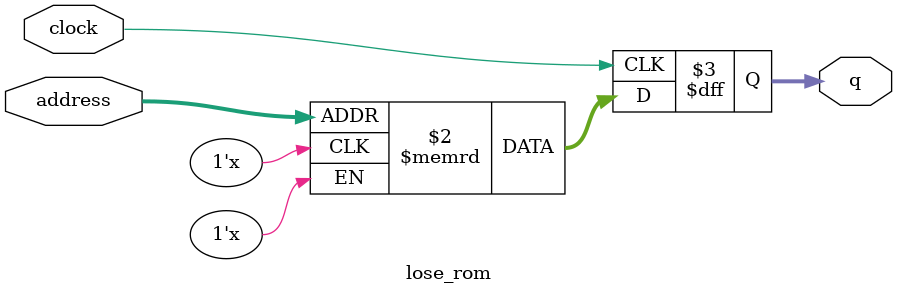
<source format=sv>
module lose_rom (
	input logic clock,
	input logic [14:0] address,
	output logic [1:0] q
);

logic [1:0] memory [0:19199] /* synthesis ram_init_file = "./lose/lose.COE" */;

always_ff @ (posedge clock) begin
	q <= memory[address];
end

endmodule

</source>
